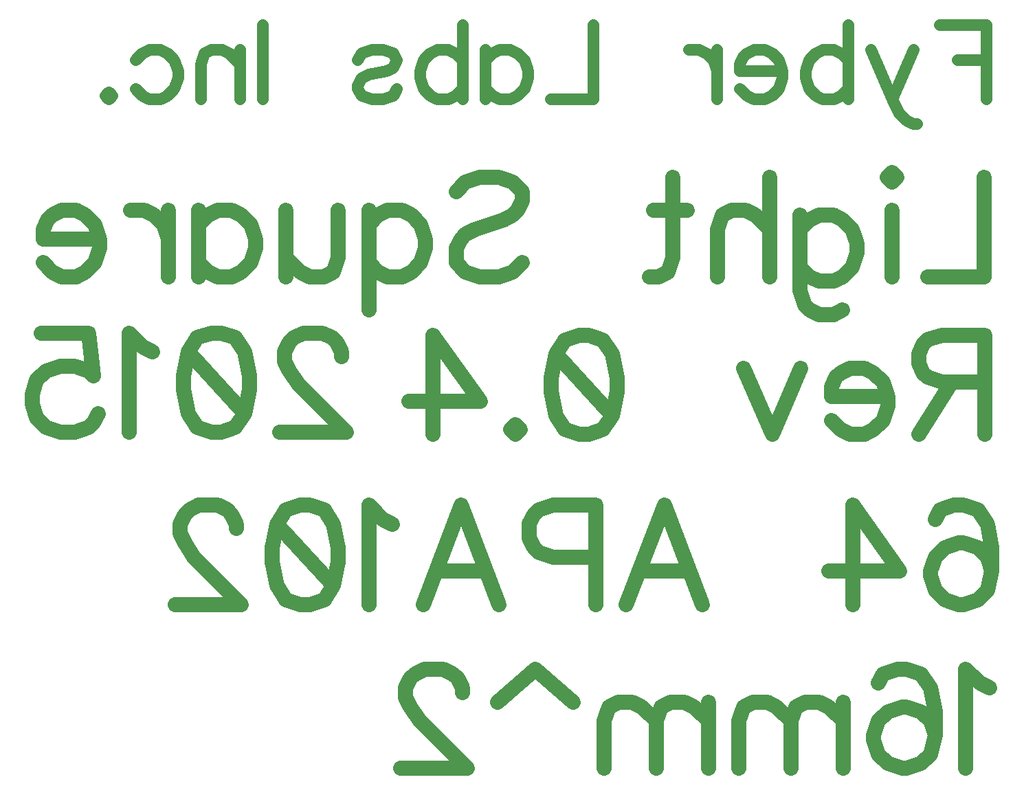
<source format=gbo>
G04 DipTrace 2.4.0.2*
%IN64xAPA102Cx16mm.gbo*%
%MOMM*%
%ADD31C,1.412*%
%ADD32C,1.882*%
%FSLAX53Y53*%
G04*
G71*
G90*
G75*
G01*
%LNBotSilk*%
%LPD*%
X127836Y118776D2*
D31*
X133527D1*
Y109588D1*
Y114400D2*
X130030D1*
X124568Y115714D2*
X121950Y109588D1*
X122819Y107840D1*
X123699Y106960D1*
X124568Y106526D1*
X125013D1*
X119322Y115714D2*
X121950Y109588D1*
X116498Y118776D2*
Y109588D1*
Y114400D2*
X115619Y115279D1*
X114750Y115714D1*
X113436D1*
X112567Y115279D1*
X111687Y114400D1*
X111253Y113086D1*
Y112216D1*
X111687Y110902D1*
X112567Y110033D1*
X113436Y109588D1*
X114750D1*
X115619Y110033D1*
X116498Y110902D1*
X108429Y113086D2*
X103183D1*
Y113965D1*
X103618Y114844D1*
X104052Y115279D1*
X104932Y115714D1*
X106246D1*
X107115Y115279D1*
X107994Y114400D1*
X108429Y113086D1*
Y112216D1*
X107994Y110902D1*
X107115Y110033D1*
X106246Y109588D1*
X104932D1*
X104052Y110033D1*
X103183Y110902D1*
X100360Y115714D2*
Y109588D1*
Y113086D2*
X99915Y114400D1*
X99046Y115279D1*
X98166Y115714D1*
X96852D1*
X85141Y118776D2*
Y109588D1*
X79895D1*
X71825Y115714D2*
Y109588D1*
Y114400D2*
X72695Y115279D1*
X73574Y115714D1*
X74878D1*
X75757Y115279D1*
X76626Y114400D1*
X77071Y113086D1*
Y112216D1*
X76626Y110902D1*
X75757Y110033D1*
X74878Y109588D1*
X73574D1*
X72695Y110033D1*
X71825Y110902D1*
X69002Y118776D2*
Y109588D1*
Y114400D2*
X68122Y115279D1*
X67253Y115714D1*
X65939D1*
X65070Y115279D1*
X64190Y114400D1*
X63756Y113086D1*
Y112216D1*
X64190Y110902D1*
X65070Y110033D1*
X65939Y109588D1*
X67253D1*
X68122Y110033D1*
X69002Y110902D1*
X56121Y114400D2*
X56556Y115279D1*
X57870Y115714D1*
X59184D1*
X60498Y115279D1*
X60932Y114400D1*
X60498Y113530D1*
X59618Y113086D1*
X57435Y112651D1*
X56556Y112216D1*
X56121Y111337D1*
Y110902D1*
X56556Y110033D1*
X57870Y109588D1*
X59184D1*
X60498Y110033D1*
X60932Y110902D1*
X44409Y118776D2*
Y109588D1*
X41586Y115714D2*
Y109588D1*
Y113965D2*
X40272Y115279D1*
X39392Y115714D1*
X38089D1*
X37209Y115279D1*
X36775Y113965D1*
Y109588D1*
X28695Y114400D2*
X29574Y115279D1*
X30454Y115714D1*
X31758D1*
X32637Y115279D1*
X33506Y114400D1*
X33951Y113086D1*
Y112216D1*
X33506Y110902D1*
X32637Y110033D1*
X31758Y109588D1*
X30454D1*
X29574Y110033D1*
X28695Y110902D1*
X25437Y110468D2*
X25872Y110023D1*
X25437Y109588D1*
X24992Y110023D1*
X25437Y110468D1*
X54127Y77863D2*
D32*
Y78442D1*
X53547Y79615D1*
X52968Y80194D1*
X51795Y80774D1*
X49464D1*
X48305Y80194D1*
X47725Y79615D1*
X47132Y78442D1*
Y77283D1*
X47725Y76111D1*
X48884Y74372D1*
X54720Y68537D1*
X46553D1*
X39284Y80774D2*
X41036Y80194D1*
X42208Y78442D1*
X42788Y75531D1*
Y73779D1*
X42208Y70868D1*
X41036Y69116D1*
X39284Y68537D1*
X38125D1*
X36373Y69116D1*
X35214Y70868D1*
X34621Y73779D1*
Y75531D1*
X35214Y78442D1*
X36373Y80194D1*
X38125Y80774D1*
X39284D1*
X35214Y78442D2*
X42208Y70868D1*
X30856Y78442D2*
X29684Y79035D1*
X27932Y80774D1*
Y68537D1*
X17173Y80774D2*
X22995D1*
X23574Y75531D1*
X22995Y76111D1*
X21243Y76704D1*
X19504D1*
X17752Y76111D1*
X16580Y74952D1*
X16000Y73200D1*
Y72041D1*
X16580Y70289D1*
X17752Y69116D1*
X19504Y68537D1*
X21243D1*
X22995Y69116D1*
X23574Y69709D1*
X24167Y70868D1*
X133386Y74690D2*
X128144D1*
X126392Y75283D1*
X125799Y75863D1*
X125219Y77022D1*
Y78194D1*
X125799Y79353D1*
X126392Y79946D1*
X128144Y80526D1*
X133386D1*
Y68275D1*
X129303Y74690D2*
X125219Y68275D1*
X121455Y72938D2*
X114460D1*
Y74111D1*
X115040Y75283D1*
X115619Y75863D1*
X116792Y76442D1*
X118544D1*
X119703Y75863D1*
X120875Y74690D1*
X121455Y72938D1*
Y71779D1*
X120875Y70027D1*
X119703Y68868D1*
X118544Y68275D1*
X116792D1*
X115619Y68868D1*
X114460Y70027D1*
X110696Y76442D2*
X107192Y68275D1*
X103701Y76442D1*
X84581Y80512D2*
X86333Y79933D1*
X87506Y78181D1*
X88085Y75270D1*
Y73518D1*
X87506Y70607D1*
X86333Y68855D1*
X84581Y68275D1*
X83422D1*
X81670Y68855D1*
X80511Y70607D1*
X79918Y73518D1*
Y75270D1*
X80511Y78181D1*
X81670Y79933D1*
X83422Y80512D1*
X84581D1*
X80511Y78181D2*
X87506Y70607D1*
X75574Y69448D2*
X76154Y68855D1*
X75574Y68275D1*
X74981Y68855D1*
X75574Y69448D1*
X65381Y68275D2*
Y80512D1*
X71216Y72359D1*
X62470D1*
X127266Y57837D2*
X127845Y58996D1*
X129597Y59575D1*
X130756D1*
X132508Y58996D1*
X133681Y57244D1*
X134260Y54333D1*
Y51422D1*
X133681Y49090D1*
X132508Y47918D1*
X130756Y47338D1*
X130177D1*
X128438Y47918D1*
X127266Y49090D1*
X126686Y50842D1*
Y51422D1*
X127266Y53174D1*
X128438Y54333D1*
X130177Y54912D1*
X130756D1*
X132508Y54333D1*
X133681Y53174D1*
X134260Y51422D1*
X117086Y47338D2*
Y59575D1*
X122922Y51422D1*
X114175D1*
X89220Y47338D2*
X93896Y59589D1*
X98559Y47338D1*
X96807Y51422D2*
X90972D1*
X85455Y53174D2*
X80199D1*
X78461Y53753D1*
X77868Y54346D1*
X77288Y55505D1*
Y57257D1*
X77868Y58416D1*
X78461Y59009D1*
X80199Y59589D1*
X85455D1*
Y47338D1*
X64184D2*
X68860Y59589D1*
X73523Y47338D1*
X71771Y51422D2*
X65936D1*
X60419Y57244D2*
X59247Y57837D1*
X57495Y59575D1*
Y47338D1*
X50226Y59575D2*
X51978Y58996D1*
X53151Y57244D1*
X53730Y54333D1*
Y52581D1*
X53151Y49670D1*
X51978Y47918D1*
X50226Y47338D1*
X49067D1*
X47315Y47918D1*
X46156Y49670D1*
X45563Y52581D1*
Y54333D1*
X46156Y57244D1*
X47315Y58996D1*
X49067Y59575D1*
X50226D1*
X46156Y57244D2*
X53151Y49670D1*
X41205Y56664D2*
Y57244D1*
X40626Y58416D1*
X40046Y58996D1*
X38874Y59575D1*
X36542D1*
X35383Y58996D1*
X34804Y58416D1*
X34211Y57244D1*
Y56085D1*
X34804Y54912D1*
X35963Y53174D1*
X41798Y47338D1*
X33631D1*
X133953Y37025D2*
X132781Y37618D1*
X131029Y39356D1*
Y27119D1*
X120269Y37618D2*
X120849Y38777D1*
X122601Y39356D1*
X123760D1*
X125512Y38777D1*
X126684Y37025D1*
X127264Y34114D1*
Y31203D1*
X126684Y28871D1*
X125512Y27699D1*
X123760Y27119D1*
X123180D1*
X121442Y27699D1*
X120269Y28871D1*
X119690Y30623D1*
Y31203D1*
X120269Y32955D1*
X121442Y34114D1*
X123180Y34693D1*
X123760D1*
X125512Y34114D1*
X126684Y32955D1*
X127264Y31203D1*
X115925Y35286D2*
Y27119D1*
Y32955D2*
X114173Y34707D1*
X113001Y35286D1*
X111262D1*
X110090Y34707D1*
X109510Y32955D1*
Y27119D1*
Y32955D2*
X107758Y34707D1*
X106586Y35286D1*
X104847D1*
X103675Y34707D1*
X103082Y32955D1*
Y27119D1*
X99317Y35286D2*
Y27119D1*
Y32955D2*
X97565Y34707D1*
X96392Y35286D1*
X94654D1*
X93481Y34707D1*
X92902Y32955D1*
Y27119D1*
Y32955D2*
X91150Y34707D1*
X89977Y35286D1*
X88239D1*
X87066Y34707D1*
X86473Y32955D1*
Y27119D1*
X82709Y35273D2*
X78046Y39356D1*
X73383Y35273D1*
X69025Y36445D2*
Y37025D1*
X68445Y38197D1*
X67866Y38777D1*
X66693Y39356D1*
X64362D1*
X63203Y38777D1*
X62623Y38197D1*
X62030Y37025D1*
Y35866D1*
X62623Y34693D1*
X63782Y32955D1*
X69618Y27119D1*
X61451D1*
X133326Y99964D2*
Y87714D1*
X126332D1*
X122567Y99964D2*
X121987Y99385D1*
X121394Y99964D1*
X121987Y100557D1*
X122567Y99964D1*
X121987Y95881D2*
Y87714D1*
X110635Y95301D2*
Y85962D1*
X111215Y84223D1*
X111794Y83630D1*
X112967Y83051D1*
X114719D1*
X115878Y83630D1*
X110635Y93549D2*
X111794Y94708D1*
X112967Y95301D1*
X114719D1*
X115878Y94708D1*
X117050Y93549D1*
X117630Y91797D1*
Y90625D1*
X117050Y88886D1*
X115878Y87714D1*
X114719Y87134D1*
X112967D1*
X111794Y87714D1*
X110635Y88886D1*
X106870Y99964D2*
Y87714D1*
Y93549D2*
X105118Y95301D1*
X103946Y95881D1*
X102194D1*
X101035Y95301D1*
X100455Y93549D1*
Y87714D1*
X94939Y99964D2*
Y90045D1*
X94359Y88307D1*
X93187Y87714D1*
X92028D1*
X96691Y95881D2*
X92607D1*
X68245Y98212D2*
X69404Y99385D1*
X71156Y99964D1*
X73488D1*
X75240Y99385D1*
X76412Y98212D1*
Y97053D1*
X75819Y95881D1*
X75240Y95301D1*
X74081Y94722D1*
X70577Y93549D1*
X69404Y92970D1*
X68825Y92377D1*
X68245Y91218D1*
Y89466D1*
X69404Y88307D1*
X71156Y87714D1*
X73488D1*
X75240Y88307D1*
X76412Y89466D1*
X57486Y95881D2*
Y83630D1*
Y94129D2*
X58645Y95288D1*
X59817Y95881D1*
X61569D1*
X62728Y95288D1*
X63901Y94129D1*
X64480Y92377D1*
Y91204D1*
X63901Y89466D1*
X62728Y88293D1*
X61569Y87714D1*
X59817D1*
X58645Y88293D1*
X57486Y89466D1*
X53721Y95881D2*
Y90045D1*
X53142Y88307D1*
X51969Y87714D1*
X50217D1*
X49058Y88307D1*
X47306Y90045D1*
Y95881D2*
Y87714D1*
X36547Y95881D2*
Y87714D1*
Y94129D2*
X37706Y95301D1*
X38878Y95881D1*
X40617D1*
X41789Y95301D1*
X42948Y94129D1*
X43541Y92377D1*
Y91218D1*
X42948Y89466D1*
X41789Y88307D1*
X40617Y87714D1*
X38878D1*
X37706Y88307D1*
X36547Y89466D1*
X32782Y95881D2*
Y87714D1*
Y92377D2*
X32189Y94129D1*
X31030Y95301D1*
X29858Y95881D1*
X28106D1*
X24341Y92377D2*
X17347D1*
Y93549D1*
X17926Y94722D1*
X18506Y95301D1*
X19678Y95881D1*
X21430D1*
X22589Y95301D1*
X23762Y94129D1*
X24341Y92377D1*
Y91218D1*
X23762Y89466D1*
X22589Y88307D1*
X21430Y87714D1*
X19678D1*
X18506Y88307D1*
X17347Y89466D1*
M02*

</source>
